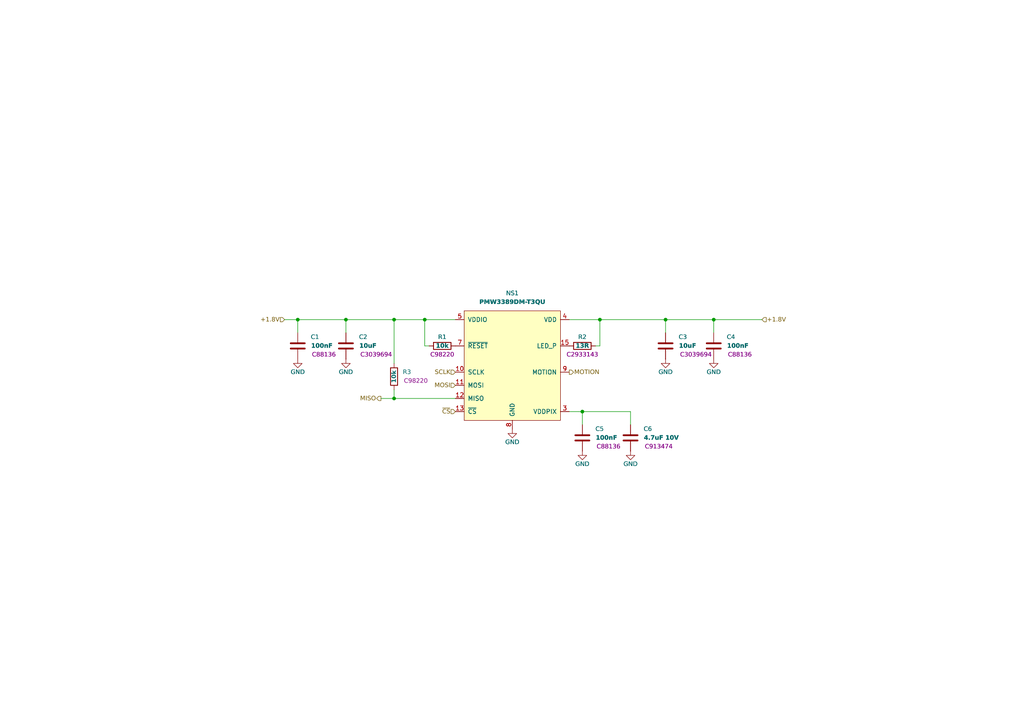
<source format=kicad_sch>
(kicad_sch
	(version 20231120)
	(generator "eeschema")
	(generator_version "8.0")
	(uuid "7315add7-8fc7-479a-8fb3-15f545f68f4e")
	(paper "A4")
	(title_block
		(title "HexTrack PCB")
		(date "2025-01-09")
		(rev "v0.0.1")
		(company "TMShader")
		(comment 9 "HexTrack")
	)
	(lib_symbols
		(symbol "Device:C"
			(pin_numbers hide)
			(pin_names
				(offset 0.254)
			)
			(exclude_from_sim no)
			(in_bom yes)
			(on_board yes)
			(property "Reference" "C"
				(at 0.635 2.54 0)
				(effects
					(font
						(size 1.27 1.27)
					)
					(justify left)
				)
			)
			(property "Value" "C"
				(at 0.635 -2.54 0)
				(effects
					(font
						(size 1.27 1.27)
					)
					(justify left)
				)
			)
			(property "Footprint" ""
				(at 0.9652 -3.81 0)
				(effects
					(font
						(size 1.27 1.27)
					)
					(hide yes)
				)
			)
			(property "Datasheet" "~"
				(at 0 0 0)
				(effects
					(font
						(size 1.27 1.27)
					)
					(hide yes)
				)
			)
			(property "Description" "Unpolarized capacitor"
				(at 0 0 0)
				(effects
					(font
						(size 1.27 1.27)
					)
					(hide yes)
				)
			)
			(property "ki_keywords" "cap capacitor"
				(at 0 0 0)
				(effects
					(font
						(size 1.27 1.27)
					)
					(hide yes)
				)
			)
			(property "ki_fp_filters" "C_*"
				(at 0 0 0)
				(effects
					(font
						(size 1.27 1.27)
					)
					(hide yes)
				)
			)
			(symbol "C_0_1"
				(polyline
					(pts
						(xy -2.032 -0.762) (xy 2.032 -0.762)
					)
					(stroke
						(width 0.508)
						(type default)
					)
					(fill
						(type none)
					)
				)
				(polyline
					(pts
						(xy -2.032 0.762) (xy 2.032 0.762)
					)
					(stroke
						(width 0.508)
						(type default)
					)
					(fill
						(type none)
					)
				)
			)
			(symbol "C_1_1"
				(pin passive line
					(at 0 3.81 270)
					(length 2.794)
					(name "~"
						(effects
							(font
								(size 1.27 1.27)
							)
						)
					)
					(number "1"
						(effects
							(font
								(size 1.27 1.27)
							)
						)
					)
				)
				(pin passive line
					(at 0 -3.81 90)
					(length 2.794)
					(name "~"
						(effects
							(font
								(size 1.27 1.27)
							)
						)
					)
					(number "2"
						(effects
							(font
								(size 1.27 1.27)
							)
						)
					)
				)
			)
		)
		(symbol "Device:R"
			(pin_numbers hide)
			(pin_names
				(offset 0)
			)
			(exclude_from_sim no)
			(in_bom yes)
			(on_board yes)
			(property "Reference" "R"
				(at 2.032 0 90)
				(effects
					(font
						(size 1.27 1.27)
					)
				)
			)
			(property "Value" "R"
				(at 0 0 90)
				(effects
					(font
						(size 1.27 1.27)
					)
				)
			)
			(property "Footprint" ""
				(at -1.778 0 90)
				(effects
					(font
						(size 1.27 1.27)
					)
					(hide yes)
				)
			)
			(property "Datasheet" "~"
				(at 0 0 0)
				(effects
					(font
						(size 1.27 1.27)
					)
					(hide yes)
				)
			)
			(property "Description" "Resistor"
				(at 0 0 0)
				(effects
					(font
						(size 1.27 1.27)
					)
					(hide yes)
				)
			)
			(property "ki_keywords" "R res resistor"
				(at 0 0 0)
				(effects
					(font
						(size 1.27 1.27)
					)
					(hide yes)
				)
			)
			(property "ki_fp_filters" "R_*"
				(at 0 0 0)
				(effects
					(font
						(size 1.27 1.27)
					)
					(hide yes)
				)
			)
			(symbol "R_0_1"
				(rectangle
					(start -1.016 -2.54)
					(end 1.016 2.54)
					(stroke
						(width 0.254)
						(type default)
					)
					(fill
						(type none)
					)
				)
			)
			(symbol "R_1_1"
				(pin passive line
					(at 0 3.81 270)
					(length 1.27)
					(name "~"
						(effects
							(font
								(size 1.27 1.27)
							)
						)
					)
					(number "1"
						(effects
							(font
								(size 1.27 1.27)
							)
						)
					)
				)
				(pin passive line
					(at 0 -3.81 90)
					(length 1.27)
					(name "~"
						(effects
							(font
								(size 1.27 1.27)
							)
						)
					)
					(number "2"
						(effects
							(font
								(size 1.27 1.27)
							)
						)
					)
				)
			)
		)
		(symbol "TX8-1:PMW3389DM-T3QU"
			(pin_names
				(offset 1.016)
			)
			(exclude_from_sim no)
			(in_bom yes)
			(on_board yes)
			(property "Reference" "NS1"
				(at 0 20.32 0)
				(effects
					(font
						(face "Lexend")
						(size 1.27 1.27)
					)
				)
			)
			(property "Value" "PMW3389DM-T3QU"
				(at 0 17.78 0)
				(effects
					(font
						(face "Lexend")
						(size 1.27 1.27)
						(thickness 0.254)
						(bold yes)
					)
				)
			)
			(property "Footprint" "TX8-1:PixArt_PMW3360DM-T2QU"
				(at 0 -40.64 0)
				(effects
					(font
						(size 1.27 1.27)
					)
					(hide yes)
				)
			)
			(property "Datasheet" "https://www.epsglobal.com/Media-Library/EPSGlobal/Products/files/pixart/PMW3360DM-T2QU.pdf"
				(at 0 -38.1 0)
				(effects
					(font
						(size 1.27 1.27)
					)
					(hide yes)
				)
			)
			(property "Description" "Optical Gaming Navigation Sensor"
				(at 0 -35.56 0)
				(effects
					(font
						(size 1.27 1.27)
					)
					(hide yes)
				)
			)
			(property "ki_keywords" "Optical Gaming Navigation Sensor"
				(at 0 0 0)
				(effects
					(font
						(size 1.27 1.27)
					)
					(hide yes)
				)
			)
			(symbol "PMW3389DM-T3QU_0_1"
				(rectangle
					(start -13.97 15.24)
					(end 13.97 -16.51)
					(stroke
						(width 0)
						(type default)
					)
					(fill
						(type background)
					)
				)
			)
			(symbol "PMW3389DM-T3QU_1_1"
				(pin no_connect line
					(at 16.51 -5.08 180)
					(length 2.54) hide
					(name "NC"
						(effects
							(font
								(size 1.27 1.27)
							)
						)
					)
					(number "1"
						(effects
							(font
								(size 1.27 1.27)
							)
						)
					)
				)
				(pin input line
					(at -16.51 -2.54 0)
					(length 2.54)
					(name "SCLK"
						(effects
							(font
								(size 1.27 1.27)
							)
						)
					)
					(number "10"
						(effects
							(font
								(size 1.27 1.27)
							)
						)
					)
				)
				(pin input line
					(at -16.51 -6.35 0)
					(length 2.54)
					(name "MOSI"
						(effects
							(font
								(size 1.27 1.27)
							)
						)
					)
					(number "11"
						(effects
							(font
								(size 1.27 1.27)
							)
						)
					)
				)
				(pin output line
					(at -16.51 -10.16 0)
					(length 2.54)
					(name "MISO"
						(effects
							(font
								(size 1.27 1.27)
							)
						)
					)
					(number "12"
						(effects
							(font
								(size 1.27 1.27)
							)
						)
					)
				)
				(pin input line
					(at -16.51 -13.97 0)
					(length 2.54)
					(name "~{CS}"
						(effects
							(font
								(size 1.27 1.27)
							)
						)
					)
					(number "13"
						(effects
							(font
								(size 1.27 1.27)
							)
						)
					)
				)
				(pin no_connect line
					(at 16.51 -8.89 180)
					(length 2.54) hide
					(name "NC"
						(effects
							(font
								(size 1.27 1.27)
							)
						)
					)
					(number "14"
						(effects
							(font
								(size 1.27 1.27)
							)
						)
					)
				)
				(pin input line
					(at 16.51 5.08 180)
					(length 2.54)
					(name "LED_P"
						(effects
							(font
								(size 1.27 1.27)
							)
						)
					)
					(number "15"
						(effects
							(font
								(size 1.27 1.27)
							)
						)
					)
				)
				(pin no_connect line
					(at 16.51 -10.16 180)
					(length 2.54) hide
					(name "NC"
						(effects
							(font
								(size 1.27 1.27)
							)
						)
					)
					(number "16"
						(effects
							(font
								(size 1.27 1.27)
							)
						)
					)
				)
				(pin no_connect line
					(at 16.51 -6.35 180)
					(length 2.54) hide
					(name "NC"
						(effects
							(font
								(size 1.27 1.27)
							)
						)
					)
					(number "2"
						(effects
							(font
								(size 1.27 1.27)
							)
						)
					)
				)
				(pin power_out line
					(at 16.51 -13.97 180)
					(length 2.54)
					(name "VDDPIX"
						(effects
							(font
								(size 1.27 1.27)
							)
						)
					)
					(number "3"
						(effects
							(font
								(size 1.27 1.27)
							)
						)
					)
				)
				(pin power_in line
					(at 16.51 12.7 180)
					(length 2.54)
					(name "VDD"
						(effects
							(font
								(size 1.27 1.27)
							)
						)
					)
					(number "4"
						(effects
							(font
								(size 1.27 1.27)
							)
						)
					)
				)
				(pin power_in line
					(at -16.51 12.7 0)
					(length 2.54)
					(name "VDDIO"
						(effects
							(font
								(size 1.27 1.27)
							)
						)
					)
					(number "5"
						(effects
							(font
								(size 1.27 1.27)
							)
						)
					)
				)
				(pin no_connect line
					(at 16.51 -7.62 180)
					(length 2.54) hide
					(name "NC"
						(effects
							(font
								(size 1.27 1.27)
							)
						)
					)
					(number "6"
						(effects
							(font
								(size 1.27 1.27)
							)
						)
					)
				)
				(pin input line
					(at -16.51 5.08 0)
					(length 2.54)
					(name "~{RESET}"
						(effects
							(font
								(size 1.27 1.27)
							)
						)
					)
					(number "7"
						(effects
							(font
								(size 1.27 1.27)
							)
						)
					)
				)
				(pin power_in line
					(at 0 -19.05 90)
					(length 2.54)
					(name "GND"
						(effects
							(font
								(size 1.27 1.27)
							)
						)
					)
					(number "8"
						(effects
							(font
								(size 1.27 1.27)
							)
						)
					)
				)
				(pin output line
					(at 16.51 -2.54 180)
					(length 2.54)
					(name "MOTION"
						(effects
							(font
								(size 1.27 1.27)
							)
						)
					)
					(number "9"
						(effects
							(font
								(size 1.27 1.27)
							)
						)
					)
				)
			)
		)
		(symbol "power:GND"
			(power)
			(pin_numbers hide)
			(pin_names
				(offset 0) hide)
			(exclude_from_sim no)
			(in_bom yes)
			(on_board yes)
			(property "Reference" "#PWR"
				(at 0 -6.35 0)
				(effects
					(font
						(size 1.27 1.27)
					)
					(hide yes)
				)
			)
			(property "Value" "GND"
				(at 0 -3.81 0)
				(effects
					(font
						(size 1.27 1.27)
					)
				)
			)
			(property "Footprint" ""
				(at 0 0 0)
				(effects
					(font
						(size 1.27 1.27)
					)
					(hide yes)
				)
			)
			(property "Datasheet" ""
				(at 0 0 0)
				(effects
					(font
						(size 1.27 1.27)
					)
					(hide yes)
				)
			)
			(property "Description" "Power symbol creates a global label with name \"GND\" , ground"
				(at 0 0 0)
				(effects
					(font
						(size 1.27 1.27)
					)
					(hide yes)
				)
			)
			(property "ki_keywords" "global power"
				(at 0 0 0)
				(effects
					(font
						(size 1.27 1.27)
					)
					(hide yes)
				)
			)
			(symbol "GND_0_1"
				(polyline
					(pts
						(xy 0 0) (xy 0 -1.27) (xy 1.27 -1.27) (xy 0 -2.54) (xy -1.27 -1.27) (xy 0 -1.27)
					)
					(stroke
						(width 0)
						(type default)
					)
					(fill
						(type none)
					)
				)
			)
			(symbol "GND_1_1"
				(pin power_in line
					(at 0 0 270)
					(length 0)
					(name "~"
						(effects
							(font
								(size 1.27 1.27)
							)
						)
					)
					(number "1"
						(effects
							(font
								(size 1.27 1.27)
							)
						)
					)
				)
			)
		)
	)
	(junction
		(at 173.99 92.71)
		(diameter 0)
		(color 0 0 0 0)
		(uuid "30489a53-19a3-48d4-8b98-80fd4e1ebe6f")
	)
	(junction
		(at 207.01 92.71)
		(diameter 0)
		(color 0 0 0 0)
		(uuid "307cf6e7-c8b5-4abc-bf6a-0bb21afa038a")
	)
	(junction
		(at 193.04 92.71)
		(diameter 0)
		(color 0 0 0 0)
		(uuid "6ff1f597-e514-43b1-be93-48bb0e5d7cc5")
	)
	(junction
		(at 168.91 119.38)
		(diameter 0)
		(color 0 0 0 0)
		(uuid "9ac66f32-8f21-498c-88a6-43c3333fe17b")
	)
	(junction
		(at 114.3 115.57)
		(diameter 0)
		(color 0 0 0 0)
		(uuid "9bb4cb5b-f65b-472a-abab-11e1498b0829")
	)
	(junction
		(at 86.36 92.71)
		(diameter 0)
		(color 0 0 0 0)
		(uuid "c9bc3be9-0529-4fed-8b8e-fb5949b2f4ef")
	)
	(junction
		(at 114.3 92.71)
		(diameter 0)
		(color 0 0 0 0)
		(uuid "d87a66a9-f104-470e-9e72-25ed9a53e1aa")
	)
	(junction
		(at 123.19 92.71)
		(diameter 0)
		(color 0 0 0 0)
		(uuid "ec46b410-6bc9-4682-94a1-974f653c6fb4")
	)
	(junction
		(at 100.33 92.71)
		(diameter 0)
		(color 0 0 0 0)
		(uuid "f69549aa-289c-4c34-b8e8-91413b88ed2c")
	)
	(wire
		(pts
			(xy 123.19 92.71) (xy 132.08 92.71)
		)
		(stroke
			(width 0)
			(type default)
		)
		(uuid "1269f790-d515-491a-b46e-8e3c9aad1eda")
	)
	(wire
		(pts
			(xy 100.33 92.71) (xy 100.33 96.52)
		)
		(stroke
			(width 0)
			(type default)
		)
		(uuid "1511a6e2-343b-465c-9c93-762e3f7e5b8e")
	)
	(wire
		(pts
			(xy 86.36 92.71) (xy 86.36 96.52)
		)
		(stroke
			(width 0)
			(type default)
		)
		(uuid "1e6eee7a-ae39-4968-9400-e6c827acb041")
	)
	(wire
		(pts
			(xy 173.99 92.71) (xy 173.99 100.33)
		)
		(stroke
			(width 0)
			(type default)
		)
		(uuid "357e2c32-04d0-4d37-aa3e-225e3c07cfef")
	)
	(wire
		(pts
			(xy 207.01 96.52) (xy 207.01 92.71)
		)
		(stroke
			(width 0)
			(type default)
		)
		(uuid "487c0709-063a-4964-8013-bcf947ef335d")
	)
	(wire
		(pts
			(xy 193.04 96.52) (xy 193.04 92.71)
		)
		(stroke
			(width 0)
			(type default)
		)
		(uuid "4e838f26-fcac-4ff6-a414-b89d1acc8b2b")
	)
	(wire
		(pts
			(xy 173.99 92.71) (xy 193.04 92.71)
		)
		(stroke
			(width 0)
			(type default)
		)
		(uuid "563e3876-bdad-4715-b636-177d85af3c82")
	)
	(wire
		(pts
			(xy 172.72 100.33) (xy 173.99 100.33)
		)
		(stroke
			(width 0)
			(type default)
		)
		(uuid "57aae562-5bc6-4f53-84ab-ec0112e76c50")
	)
	(wire
		(pts
			(xy 182.88 123.19) (xy 182.88 119.38)
		)
		(stroke
			(width 0)
			(type default)
		)
		(uuid "67d6d128-008c-44e5-88e0-c04bb36b691f")
	)
	(wire
		(pts
			(xy 123.19 92.71) (xy 123.19 100.33)
		)
		(stroke
			(width 0)
			(type default)
		)
		(uuid "92dd7557-24b7-4895-ba69-aa1683964cab")
	)
	(wire
		(pts
			(xy 168.91 123.19) (xy 168.91 119.38)
		)
		(stroke
			(width 0)
			(type default)
		)
		(uuid "995617cc-ccc1-4fbb-b601-055ca147c5f1")
	)
	(wire
		(pts
			(xy 207.01 92.71) (xy 220.98 92.71)
		)
		(stroke
			(width 0)
			(type default)
		)
		(uuid "9b38f38a-f40f-4411-9ec7-91fee2fa6a94")
	)
	(wire
		(pts
			(xy 82.55 92.71) (xy 86.36 92.71)
		)
		(stroke
			(width 0)
			(type default)
		)
		(uuid "a271ad3e-3301-4318-9768-a6815bc63426")
	)
	(wire
		(pts
			(xy 165.1 92.71) (xy 173.99 92.71)
		)
		(stroke
			(width 0)
			(type default)
		)
		(uuid "a4e0830b-743e-4e54-bbd5-89feed52de72")
	)
	(wire
		(pts
			(xy 123.19 100.33) (xy 124.46 100.33)
		)
		(stroke
			(width 0)
			(type default)
		)
		(uuid "ae6c25dc-d158-41ad-a080-b309df033ec5")
	)
	(wire
		(pts
			(xy 110.49 115.57) (xy 114.3 115.57)
		)
		(stroke
			(width 0)
			(type default)
		)
		(uuid "af4f6335-1b8d-4508-9988-8f92078f2a47")
	)
	(wire
		(pts
			(xy 114.3 92.71) (xy 123.19 92.71)
		)
		(stroke
			(width 0)
			(type default)
		)
		(uuid "b53c62ab-84d1-49e3-a895-f8ebc685d489")
	)
	(wire
		(pts
			(xy 168.91 119.38) (xy 182.88 119.38)
		)
		(stroke
			(width 0)
			(type default)
		)
		(uuid "c3f556c2-8e34-4f74-8995-b75e23961986")
	)
	(wire
		(pts
			(xy 100.33 92.71) (xy 114.3 92.71)
		)
		(stroke
			(width 0)
			(type default)
		)
		(uuid "c4a24251-b8de-424e-ab23-bae44f34a747")
	)
	(wire
		(pts
			(xy 86.36 92.71) (xy 100.33 92.71)
		)
		(stroke
			(width 0)
			(type default)
		)
		(uuid "cf6d1339-ecec-4f7d-afe8-73953d44ab2d")
	)
	(wire
		(pts
			(xy 114.3 92.71) (xy 114.3 105.41)
		)
		(stroke
			(width 0)
			(type default)
		)
		(uuid "d3abb35e-dd6c-4d99-afde-6acd9fa342e1")
	)
	(wire
		(pts
			(xy 168.91 119.38) (xy 165.1 119.38)
		)
		(stroke
			(width 0)
			(type default)
		)
		(uuid "ddbaee76-959a-4952-b9db-c7a46e06e36d")
	)
	(wire
		(pts
			(xy 114.3 115.57) (xy 132.08 115.57)
		)
		(stroke
			(width 0)
			(type default)
		)
		(uuid "e98659fd-9b8d-47df-99bb-4feab9710c76")
	)
	(wire
		(pts
			(xy 193.04 92.71) (xy 207.01 92.71)
		)
		(stroke
			(width 0)
			(type default)
		)
		(uuid "ef5a01d0-f666-4284-97f3-51681ea6d956")
	)
	(wire
		(pts
			(xy 114.3 113.03) (xy 114.3 115.57)
		)
		(stroke
			(width 0)
			(type default)
		)
		(uuid "f74b0db7-05c7-46a1-b162-0a10f9ab7655")
	)
	(text "${SHEETNAME}"
		(exclude_from_sim no)
		(at 19.05 25.4 0)
		(effects
			(font
				(face "Lexend")
				(size 8 8)
				(thickness 1.6256)
				(bold yes)
			)
			(justify left top)
		)
		(uuid "94f176e3-e656-4256-9052-3aacbf45fcbf")
	)
	(hierarchical_label "~{CS}"
		(shape input)
		(at 132.08 119.38 180)
		(fields_autoplaced yes)
		(effects
			(font
				(face "Lexend")
				(size 1.27 1.27)
			)
			(justify right)
		)
		(uuid "00ecda38-1891-46aa-8d79-177178ac777d")
	)
	(hierarchical_label "MOTION"
		(shape output)
		(at 165.1 107.95 0)
		(fields_autoplaced yes)
		(effects
			(font
				(face "Lexend")
				(size 1.27 1.27)
			)
			(justify left)
		)
		(uuid "20f28a7a-ee07-476f-96bd-a666928bae5a")
	)
	(hierarchical_label "+1.8V"
		(shape input)
		(at 220.98 92.71 0)
		(fields_autoplaced yes)
		(effects
			(font
				(face "Lexend")
				(size 1.27 1.27)
			)
			(justify left)
		)
		(uuid "24c7d767-cd52-4469-abcf-25a7f1d62c0a")
	)
	(hierarchical_label "SCLK"
		(shape input)
		(at 132.08 107.95 180)
		(fields_autoplaced yes)
		(effects
			(font
				(face "Lexend")
				(size 1.27 1.27)
			)
			(justify right)
		)
		(uuid "45e3f601-da6c-4082-a048-6bd0b416a081")
	)
	(hierarchical_label "+1.8V"
		(shape input)
		(at 82.55 92.71 180)
		(fields_autoplaced yes)
		(effects
			(font
				(face "Lexend")
				(size 1.27 1.27)
			)
			(justify right)
		)
		(uuid "91f86635-e336-46f9-b63e-e6cb02569379")
	)
	(hierarchical_label "MISO"
		(shape output)
		(at 110.49 115.57 180)
		(fields_autoplaced yes)
		(effects
			(font
				(face "Lexend")
				(size 1.27 1.27)
			)
			(justify right)
		)
		(uuid "dc3cd12a-289d-4d5b-92d5-2016b87d4b81")
	)
	(hierarchical_label "MOSI"
		(shape input)
		(at 132.08 111.76 180)
		(fields_autoplaced yes)
		(effects
			(font
				(face "Lexend")
				(size 1.27 1.27)
			)
			(justify right)
		)
		(uuid "f99ec2d3-f870-40ca-904d-e940639ec316")
	)
	(symbol
		(lib_id "Device:C")
		(at 168.91 127 0)
		(unit 1)
		(exclude_from_sim no)
		(in_bom yes)
		(on_board yes)
		(dnp no)
		(uuid "00fc3fd1-e376-4bb9-bf7b-0858919c77c4")
		(property "Reference" "C5"
			(at 172.72 124.4599 0)
			(effects
				(font
					(face "Lexend")
					(size 1.27 1.27)
				)
				(justify left)
			)
		)
		(property "Value" "100nF"
			(at 172.72 127 0)
			(effects
				(font
					(face "Lexend")
					(size 1.27 1.27)
					(thickness 0.254)
					(bold yes)
				)
				(justify left)
			)
		)
		(property "Footprint" "Capacitor_SMD:C_0603_1608Metric"
			(at 169.8752 130.81 0)
			(effects
				(font
					(size 1.27 1.27)
				)
				(hide yes)
			)
		)
		(property "Datasheet" "~"
			(at 168.91 127 0)
			(effects
				(font
					(size 1.27 1.27)
				)
				(hide yes)
			)
		)
		(property "Description" "Unpolarized capacitor"
			(at 168.91 127 0)
			(effects
				(font
					(size 1.27 1.27)
				)
				(hide yes)
			)
		)
		(property "LCSC" "C88136"
			(at 172.72 129.5399 0)
			(effects
				(font
					(face "Lexend")
					(size 1.27 1.27)
				)
				(justify left)
			)
		)
		(pin "1"
			(uuid "03d10604-b2be-4f72-9d3d-7007addc3e31")
		)
		(pin "2"
			(uuid "8b4cd3c1-607a-4e95-a668-029ad844085a")
		)
		(instances
			(project "hextrack"
				(path "/e03ae3c5-ddb7-48ac-a408-9dcc58a57689/9836e963-ec32-4c01-99da-5c973017755a/970bbcdd-a4ab-4f8a-b2e3-65e4c240b91d"
					(reference "C5")
					(unit 1)
				)
			)
		)
	)
	(symbol
		(lib_id "Device:C")
		(at 100.33 100.33 0)
		(unit 1)
		(exclude_from_sim no)
		(in_bom yes)
		(on_board yes)
		(dnp no)
		(uuid "012e77b9-1c55-400a-b81f-ee4b5fbfe5f7")
		(property "Reference" "C2"
			(at 104.14 97.7899 0)
			(effects
				(font
					(face "Lexend")
					(size 1.27 1.27)
				)
				(justify left)
			)
		)
		(property "Value" "10uF"
			(at 104.14 100.33 0)
			(effects
				(font
					(face "Lexend")
					(size 1.27 1.27)
					(thickness 0.254)
					(bold yes)
				)
				(justify left)
			)
		)
		(property "Footprint" "Capacitor_SMD:C_0805_2012Metric"
			(at 101.2952 104.14 0)
			(effects
				(font
					(size 1.27 1.27)
				)
				(hide yes)
			)
		)
		(property "Datasheet" "~"
			(at 100.33 100.33 0)
			(effects
				(font
					(size 1.27 1.27)
				)
				(hide yes)
			)
		)
		(property "Description" "Unpolarized capacitor"
			(at 100.33 100.33 0)
			(effects
				(font
					(size 1.27 1.27)
				)
				(hide yes)
			)
		)
		(property "LCSC" "C3039694"
			(at 104.14 102.8699 0)
			(effects
				(font
					(face "Lexend")
					(size 1.27 1.27)
				)
				(justify left)
			)
		)
		(pin "1"
			(uuid "515549fa-91d5-40a3-b144-315dfeefbe66")
		)
		(pin "2"
			(uuid "0b820e12-598f-455a-944c-b8691217dd6d")
		)
		(instances
			(project "hextrack"
				(path "/e03ae3c5-ddb7-48ac-a408-9dcc58a57689/9836e963-ec32-4c01-99da-5c973017755a/970bbcdd-a4ab-4f8a-b2e3-65e4c240b91d"
					(reference "C2")
					(unit 1)
				)
			)
		)
	)
	(symbol
		(lib_id "Device:C")
		(at 86.36 100.33 0)
		(unit 1)
		(exclude_from_sim no)
		(in_bom yes)
		(on_board yes)
		(dnp no)
		(uuid "14892955-5b71-408d-b8d6-12b14cea7bc8")
		(property "Reference" "C1"
			(at 90.17 97.7899 0)
			(effects
				(font
					(face "Lexend")
					(size 1.27 1.27)
				)
				(justify left)
			)
		)
		(property "Value" "100nF"
			(at 90.17 100.33 0)
			(effects
				(font
					(face "Lexend")
					(size 1.27 1.27)
					(thickness 0.254)
					(bold yes)
				)
				(justify left)
			)
		)
		(property "Footprint" "Capacitor_SMD:C_0603_1608Metric"
			(at 87.3252 104.14 0)
			(effects
				(font
					(size 1.27 1.27)
				)
				(hide yes)
			)
		)
		(property "Datasheet" "~"
			(at 86.36 100.33 0)
			(effects
				(font
					(size 1.27 1.27)
				)
				(hide yes)
			)
		)
		(property "Description" "Unpolarized capacitor"
			(at 86.36 100.33 0)
			(effects
				(font
					(size 1.27 1.27)
				)
				(hide yes)
			)
		)
		(property "LCSC" "C88136"
			(at 90.17 102.8699 0)
			(effects
				(font
					(face "Lexend")
					(size 1.27 1.27)
				)
				(justify left)
			)
		)
		(pin "1"
			(uuid "feb98505-2392-47a9-9cc9-d27abb747ca6")
		)
		(pin "2"
			(uuid "bae5bcb4-981f-449a-b752-cd4263169176")
		)
		(instances
			(project "hextrack"
				(path "/e03ae3c5-ddb7-48ac-a408-9dcc58a57689/9836e963-ec32-4c01-99da-5c973017755a/970bbcdd-a4ab-4f8a-b2e3-65e4c240b91d"
					(reference "C1")
					(unit 1)
				)
			)
		)
	)
	(symbol
		(lib_id "Device:R")
		(at 114.3 109.22 180)
		(unit 1)
		(exclude_from_sim no)
		(in_bom yes)
		(on_board yes)
		(dnp no)
		(uuid "1df5131c-4010-4f09-937e-ce5236ead934")
		(property "Reference" "R3"
			(at 116.84 107.95 0)
			(effects
				(font
					(face "Lexend")
					(size 1.27 1.27)
				)
				(justify right)
			)
		)
		(property "Value" "10k"
			(at 114.3 109.22 90)
			(effects
				(font
					(face "Lexend")
					(size 1.27 1.27)
					(thickness 0.254)
					(bold yes)
				)
			)
		)
		(property "Footprint" "Resistor_SMD:R_0603_1608Metric"
			(at 116.078 109.22 90)
			(effects
				(font
					(size 1.27 1.27)
				)
				(hide yes)
			)
		)
		(property "Datasheet" "~"
			(at 114.3 109.22 0)
			(effects
				(font
					(size 1.27 1.27)
				)
				(hide yes)
			)
		)
		(property "Description" "Resistor"
			(at 114.3 109.22 0)
			(effects
				(font
					(size 1.27 1.27)
				)
				(hide yes)
			)
		)
		(property "LCSC" "C98220"
			(at 116.84 110.49 0)
			(effects
				(font
					(face "Lexend")
					(size 1.27 1.27)
				)
				(justify right)
			)
		)
		(pin "2"
			(uuid "4fe688e2-094e-40a9-a931-a59c6ec74fe1")
		)
		(pin "1"
			(uuid "fc77b23d-be35-4f55-9368-abc876d6adc2")
		)
		(instances
			(project "hextrack"
				(path "/e03ae3c5-ddb7-48ac-a408-9dcc58a57689/9836e963-ec32-4c01-99da-5c973017755a/970bbcdd-a4ab-4f8a-b2e3-65e4c240b91d"
					(reference "R3")
					(unit 1)
				)
			)
		)
	)
	(symbol
		(lib_id "power:GND")
		(at 86.36 104.14 0)
		(unit 1)
		(exclude_from_sim no)
		(in_bom yes)
		(on_board yes)
		(dnp no)
		(uuid "39e79c22-5dca-4236-b5cf-79f53b445c94")
		(property "Reference" "#PWR02"
			(at 86.36 110.49 0)
			(effects
				(font
					(size 1.27 1.27)
				)
				(hide yes)
			)
		)
		(property "Value" "GND"
			(at 86.36 107.95 0)
			(effects
				(font
					(face "Lexend")
					(size 1.27 1.27)
				)
			)
		)
		(property "Footprint" ""
			(at 86.36 104.14 0)
			(effects
				(font
					(size 1.27 1.27)
				)
				(hide yes)
			)
		)
		(property "Datasheet" ""
			(at 86.36 104.14 0)
			(effects
				(font
					(size 1.27 1.27)
				)
				(hide yes)
			)
		)
		(property "Description" "Power symbol creates a global label with name \"GND\" , ground"
			(at 86.36 104.14 0)
			(effects
				(font
					(size 1.27 1.27)
				)
				(hide yes)
			)
		)
		(pin "1"
			(uuid "9df4478e-1858-4ffb-842c-c9c26f03a088")
		)
		(instances
			(project "hextrack"
				(path "/e03ae3c5-ddb7-48ac-a408-9dcc58a57689/9836e963-ec32-4c01-99da-5c973017755a/970bbcdd-a4ab-4f8a-b2e3-65e4c240b91d"
					(reference "#PWR02")
					(unit 1)
				)
			)
		)
	)
	(symbol
		(lib_id "power:GND")
		(at 168.91 130.81 0)
		(unit 1)
		(exclude_from_sim no)
		(in_bom yes)
		(on_board yes)
		(dnp no)
		(uuid "4bfd3621-55b3-46ad-bec1-830e944d1391")
		(property "Reference" "#PWR07"
			(at 168.91 137.16 0)
			(effects
				(font
					(size 1.27 1.27)
				)
				(hide yes)
			)
		)
		(property "Value" "GND"
			(at 168.91 134.62 0)
			(effects
				(font
					(face "Lexend")
					(size 1.27 1.27)
				)
			)
		)
		(property "Footprint" ""
			(at 168.91 130.81 0)
			(effects
				(font
					(size 1.27 1.27)
				)
				(hide yes)
			)
		)
		(property "Datasheet" ""
			(at 168.91 130.81 0)
			(effects
				(font
					(size 1.27 1.27)
				)
				(hide yes)
			)
		)
		(property "Description" "Power symbol creates a global label with name \"GND\" , ground"
			(at 168.91 130.81 0)
			(effects
				(font
					(size 1.27 1.27)
				)
				(hide yes)
			)
		)
		(pin "1"
			(uuid "e3d5b8fd-eca8-4506-8d49-a3282ea2eaa2")
		)
		(instances
			(project "hextrack"
				(path "/e03ae3c5-ddb7-48ac-a408-9dcc58a57689/9836e963-ec32-4c01-99da-5c973017755a/970bbcdd-a4ab-4f8a-b2e3-65e4c240b91d"
					(reference "#PWR07")
					(unit 1)
				)
			)
		)
	)
	(symbol
		(lib_id "Device:C")
		(at 193.04 100.33 0)
		(unit 1)
		(exclude_from_sim no)
		(in_bom yes)
		(on_board yes)
		(dnp no)
		(uuid "53e7f929-42dc-4d41-a5ac-16801c6e751e")
		(property "Reference" "C3"
			(at 196.85 97.7899 0)
			(effects
				(font
					(face "Lexend")
					(size 1.27 1.27)
				)
				(justify left)
			)
		)
		(property "Value" "10uF"
			(at 196.85 100.33 0)
			(effects
				(font
					(face "Lexend")
					(size 1.27 1.27)
					(thickness 0.254)
					(bold yes)
				)
				(justify left)
			)
		)
		(property "Footprint" "Capacitor_SMD:C_0805_2012Metric"
			(at 194.0052 104.14 0)
			(effects
				(font
					(size 1.27 1.27)
				)
				(hide yes)
			)
		)
		(property "Datasheet" "~"
			(at 193.04 100.33 0)
			(effects
				(font
					(size 1.27 1.27)
				)
				(hide yes)
			)
		)
		(property "Description" "Unpolarized capacitor"
			(at 193.04 100.33 0)
			(effects
				(font
					(size 1.27 1.27)
				)
				(hide yes)
			)
		)
		(property "LCSC" "C3039694"
			(at 196.85 102.8699 0)
			(effects
				(font
					(face "Lexend")
					(size 1.27 1.27)
				)
				(justify left)
			)
		)
		(pin "1"
			(uuid "0f82e499-d32a-442c-bf6e-a70adf6e5f7a")
		)
		(pin "2"
			(uuid "73b3b875-c8f1-4e9a-8f01-10b96e588a37")
		)
		(instances
			(project "hextrack"
				(path "/e03ae3c5-ddb7-48ac-a408-9dcc58a57689/9836e963-ec32-4c01-99da-5c973017755a/970bbcdd-a4ab-4f8a-b2e3-65e4c240b91d"
					(reference "C3")
					(unit 1)
				)
			)
		)
	)
	(symbol
		(lib_id "Device:R")
		(at 168.91 100.33 270)
		(mirror x)
		(unit 1)
		(exclude_from_sim no)
		(in_bom yes)
		(on_board yes)
		(dnp no)
		(uuid "5f6fad9e-f1be-47d6-bb3f-f86cffe6d383")
		(property "Reference" "R2"
			(at 168.91 97.79 90)
			(effects
				(font
					(face "Lexend")
					(size 1.27 1.27)
				)
			)
		)
		(property "Value" "13R"
			(at 168.91 100.33 90)
			(effects
				(font
					(face "Lexend")
					(size 1.27 1.27)
					(thickness 0.254)
					(bold yes)
				)
			)
		)
		(property "Footprint" "Resistor_SMD:R_0603_1608Metric"
			(at 168.91 102.108 90)
			(effects
				(font
					(size 1.27 1.27)
				)
				(hide yes)
			)
		)
		(property "Datasheet" "~"
			(at 168.91 100.33 0)
			(effects
				(font
					(size 1.27 1.27)
				)
				(hide yes)
			)
		)
		(property "Description" "Resistor"
			(at 168.91 100.33 0)
			(effects
				(font
					(size 1.27 1.27)
				)
				(hide yes)
			)
		)
		(property "LCSC" "C2933143"
			(at 168.91 102.87 90)
			(effects
				(font
					(face "Lexend")
					(size 1.27 1.27)
				)
			)
		)
		(pin "2"
			(uuid "e844e6e0-dcb9-45f7-8d7e-6630e55ad2dd")
		)
		(pin "1"
			(uuid "8ef01cd5-42d0-4cff-98a8-8a8cbeb086f1")
		)
		(instances
			(project "hextrack"
				(path "/e03ae3c5-ddb7-48ac-a408-9dcc58a57689/9836e963-ec32-4c01-99da-5c973017755a/970bbcdd-a4ab-4f8a-b2e3-65e4c240b91d"
					(reference "R2")
					(unit 1)
				)
			)
		)
	)
	(symbol
		(lib_id "power:GND")
		(at 100.33 104.14 0)
		(unit 1)
		(exclude_from_sim no)
		(in_bom yes)
		(on_board yes)
		(dnp no)
		(uuid "74be5c70-520b-4c29-97de-cc4abf4be623")
		(property "Reference" "#PWR03"
			(at 100.33 110.49 0)
			(effects
				(font
					(size 1.27 1.27)
				)
				(hide yes)
			)
		)
		(property "Value" "GND"
			(at 100.33 107.95 0)
			(effects
				(font
					(face "Lexend")
					(size 1.27 1.27)
				)
			)
		)
		(property "Footprint" ""
			(at 100.33 104.14 0)
			(effects
				(font
					(size 1.27 1.27)
				)
				(hide yes)
			)
		)
		(property "Datasheet" ""
			(at 100.33 104.14 0)
			(effects
				(font
					(size 1.27 1.27)
				)
				(hide yes)
			)
		)
		(property "Description" "Power symbol creates a global label with name \"GND\" , ground"
			(at 100.33 104.14 0)
			(effects
				(font
					(size 1.27 1.27)
				)
				(hide yes)
			)
		)
		(pin "1"
			(uuid "08b7e361-643f-49bd-a261-3b79803c8d77")
		)
		(instances
			(project "hextrack"
				(path "/e03ae3c5-ddb7-48ac-a408-9dcc58a57689/9836e963-ec32-4c01-99da-5c973017755a/970bbcdd-a4ab-4f8a-b2e3-65e4c240b91d"
					(reference "#PWR03")
					(unit 1)
				)
			)
		)
	)
	(symbol
		(lib_id "power:GND")
		(at 182.88 130.81 0)
		(unit 1)
		(exclude_from_sim no)
		(in_bom yes)
		(on_board yes)
		(dnp no)
		(uuid "7821994b-97b4-4706-94b9-fe450e501211")
		(property "Reference" "#PWR08"
			(at 182.88 137.16 0)
			(effects
				(font
					(size 1.27 1.27)
				)
				(hide yes)
			)
		)
		(property "Value" "GND"
			(at 182.88 134.62 0)
			(effects
				(font
					(face "Lexend")
					(size 1.27 1.27)
				)
			)
		)
		(property "Footprint" ""
			(at 182.88 130.81 0)
			(effects
				(font
					(size 1.27 1.27)
				)
				(hide yes)
			)
		)
		(property "Datasheet" ""
			(at 182.88 130.81 0)
			(effects
				(font
					(size 1.27 1.27)
				)
				(hide yes)
			)
		)
		(property "Description" "Power symbol creates a global label with name \"GND\" , ground"
			(at 182.88 130.81 0)
			(effects
				(font
					(size 1.27 1.27)
				)
				(hide yes)
			)
		)
		(pin "1"
			(uuid "adc813a8-46ed-40e5-ba41-c77467450d57")
		)
		(instances
			(project "hextrack"
				(path "/e03ae3c5-ddb7-48ac-a408-9dcc58a57689/9836e963-ec32-4c01-99da-5c973017755a/970bbcdd-a4ab-4f8a-b2e3-65e4c240b91d"
					(reference "#PWR08")
					(unit 1)
				)
			)
		)
	)
	(symbol
		(lib_id "power:GND")
		(at 207.01 104.14 0)
		(unit 1)
		(exclude_from_sim no)
		(in_bom yes)
		(on_board yes)
		(dnp no)
		(uuid "897d308c-8804-4b71-9dec-207f4a4f021f")
		(property "Reference" "#PWR05"
			(at 207.01 110.49 0)
			(effects
				(font
					(size 1.27 1.27)
				)
				(hide yes)
			)
		)
		(property "Value" "GND"
			(at 207.01 107.95 0)
			(effects
				(font
					(face "Lexend")
					(size 1.27 1.27)
				)
			)
		)
		(property "Footprint" ""
			(at 207.01 104.14 0)
			(effects
				(font
					(size 1.27 1.27)
				)
				(hide yes)
			)
		)
		(property "Datasheet" ""
			(at 207.01 104.14 0)
			(effects
				(font
					(size 1.27 1.27)
				)
				(hide yes)
			)
		)
		(property "Description" "Power symbol creates a global label with name \"GND\" , ground"
			(at 207.01 104.14 0)
			(effects
				(font
					(size 1.27 1.27)
				)
				(hide yes)
			)
		)
		(pin "1"
			(uuid "62a0dc17-f551-404b-98b2-ef4cc02afe1e")
		)
		(instances
			(project "hextrack"
				(path "/e03ae3c5-ddb7-48ac-a408-9dcc58a57689/9836e963-ec32-4c01-99da-5c973017755a/970bbcdd-a4ab-4f8a-b2e3-65e4c240b91d"
					(reference "#PWR05")
					(unit 1)
				)
			)
		)
	)
	(symbol
		(lib_id "Device:C")
		(at 207.01 100.33 0)
		(unit 1)
		(exclude_from_sim no)
		(in_bom yes)
		(on_board yes)
		(dnp no)
		(uuid "9513c5af-a6b7-4dc3-8176-c4a803a6bf9d")
		(property "Reference" "C4"
			(at 210.82 97.7899 0)
			(effects
				(font
					(face "Lexend")
					(size 1.27 1.27)
				)
				(justify left)
			)
		)
		(property "Value" "100nF"
			(at 210.82 100.33 0)
			(effects
				(font
					(face "Lexend")
					(size 1.27 1.27)
					(thickness 0.254)
					(bold yes)
				)
				(justify left)
			)
		)
		(property "Footprint" "Capacitor_SMD:C_0603_1608Metric"
			(at 207.9752 104.14 0)
			(effects
				(font
					(size 1.27 1.27)
				)
				(hide yes)
			)
		)
		(property "Datasheet" "~"
			(at 207.01 100.33 0)
			(effects
				(font
					(size 1.27 1.27)
				)
				(hide yes)
			)
		)
		(property "Description" "Unpolarized capacitor"
			(at 207.01 100.33 0)
			(effects
				(font
					(size 1.27 1.27)
				)
				(hide yes)
			)
		)
		(property "LCSC" "C88136"
			(at 210.82 102.8699 0)
			(effects
				(font
					(face "Lexend")
					(size 1.27 1.27)
				)
				(justify left)
			)
		)
		(pin "1"
			(uuid "7e853524-2156-4a95-a663-ba157f6cadc3")
		)
		(pin "2"
			(uuid "a64227c4-85d4-49ad-8db3-34dab2ab8426")
		)
		(instances
			(project "hextrack"
				(path "/e03ae3c5-ddb7-48ac-a408-9dcc58a57689/9836e963-ec32-4c01-99da-5c973017755a/970bbcdd-a4ab-4f8a-b2e3-65e4c240b91d"
					(reference "C4")
					(unit 1)
				)
			)
		)
	)
	(symbol
		(lib_id "TX8-1:PMW3389DM-T3QU")
		(at 148.59 105.41 0)
		(unit 1)
		(exclude_from_sim no)
		(in_bom yes)
		(on_board yes)
		(dnp no)
		(fields_autoplaced yes)
		(uuid "970e86b1-7d10-41c1-9567-7c419935e39c")
		(property "Reference" "NS1"
			(at 148.59 85.09 0)
			(effects
				(font
					(face "Lexend")
					(size 1.27 1.27)
				)
			)
		)
		(property "Value" "PMW3389DM-T3QU"
			(at 148.59 87.63 0)
			(effects
				(font
					(face "Lexend")
					(size 1.27 1.27)
					(thickness 0.254)
					(bold yes)
				)
			)
		)
		(property "Footprint" "HexTrack:PixArt_PMW3389DM-T3QU"
			(at 148.59 146.05 0)
			(effects
				(font
					(size 1.27 1.27)
				)
				(hide yes)
			)
		)
		(property "Datasheet" "https://www.epsglobal.com/Media-Library/EPSGlobal/Products/files/pixart/PMW3360DM-T2QU.pdf"
			(at 148.59 143.51 0)
			(effects
				(font
					(size 1.27 1.27)
				)
				(hide yes)
			)
		)
		(property "Description" "Optical Gaming Navigation Sensor"
			(at 148.59 140.97 0)
			(effects
				(font
					(size 1.27 1.27)
				)
				(hide yes)
			)
		)
		(pin "2"
			(uuid "790e61f9-a7df-4399-8955-f789f73c7bcf")
		)
		(pin "3"
			(uuid "2d877a47-7d88-4dca-b01f-b54de78f40b8")
		)
		(pin "1"
			(uuid "520134e3-a297-425a-920f-d22b03bb5323")
		)
		(pin "12"
			(uuid "4eac34d2-d3c8-4506-9772-f8f80e1292c0")
		)
		(pin "4"
			(uuid "002fae1c-23bd-4558-a669-02470dcb9fc8")
		)
		(pin "7"
			(uuid "0ef095a8-bb74-4118-b63e-d571d93a6384")
		)
		(pin "16"
			(uuid "a10af1f7-c45b-452c-a7a7-95a1416cca64")
		)
		(pin "13"
			(uuid "2bc7888a-078c-4f67-938e-82492f216538")
		)
		(pin "9"
			(uuid "14e70229-b37c-42f3-a99b-33d5321b0548")
		)
		(pin "14"
			(uuid "46530362-59c2-4278-9d4f-68490c5fc6d3")
		)
		(pin "5"
			(uuid "4979c888-d451-4ec4-94b5-3c2c8b90a792")
		)
		(pin "10"
			(uuid "14fe4d33-5cad-4265-ac5b-91a1efdfc989")
		)
		(pin "8"
			(uuid "25ba4d6b-8cbf-4ca6-bf04-ac7ebad4e187")
		)
		(pin "6"
			(uuid "3bd9c394-2f74-4bac-b83b-d3f24039d8b1")
		)
		(pin "11"
			(uuid "82091f4d-68ef-4d2e-be58-e24ad81f3daf")
		)
		(pin "15"
			(uuid "5f864da9-3bd4-4dd5-a2c0-6b78453e613f")
		)
		(instances
			(project "hextrack"
				(path "/e03ae3c5-ddb7-48ac-a408-9dcc58a57689/9836e963-ec32-4c01-99da-5c973017755a/970bbcdd-a4ab-4f8a-b2e3-65e4c240b91d"
					(reference "NS1")
					(unit 1)
				)
			)
		)
	)
	(symbol
		(lib_id "power:GND")
		(at 193.04 104.14 0)
		(unit 1)
		(exclude_from_sim no)
		(in_bom yes)
		(on_board yes)
		(dnp no)
		(uuid "9c3911ea-90bc-45f1-ad12-8006ca28b3b1")
		(property "Reference" "#PWR04"
			(at 193.04 110.49 0)
			(effects
				(font
					(size 1.27 1.27)
				)
				(hide yes)
			)
		)
		(property "Value" "GND"
			(at 193.04 107.95 0)
			(effects
				(font
					(face "Lexend")
					(size 1.27 1.27)
				)
			)
		)
		(property "Footprint" ""
			(at 193.04 104.14 0)
			(effects
				(font
					(size 1.27 1.27)
				)
				(hide yes)
			)
		)
		(property "Datasheet" ""
			(at 193.04 104.14 0)
			(effects
				(font
					(size 1.27 1.27)
				)
				(hide yes)
			)
		)
		(property "Description" "Power symbol creates a global label with name \"GND\" , ground"
			(at 193.04 104.14 0)
			(effects
				(font
					(size 1.27 1.27)
				)
				(hide yes)
			)
		)
		(pin "1"
			(uuid "2d840ffb-e9cb-4807-9e84-a0ddf0abbab4")
		)
		(instances
			(project "hextrack"
				(path "/e03ae3c5-ddb7-48ac-a408-9dcc58a57689/9836e963-ec32-4c01-99da-5c973017755a/970bbcdd-a4ab-4f8a-b2e3-65e4c240b91d"
					(reference "#PWR04")
					(unit 1)
				)
			)
		)
	)
	(symbol
		(lib_id "Device:R")
		(at 128.27 100.33 270)
		(unit 1)
		(exclude_from_sim no)
		(in_bom yes)
		(on_board yes)
		(dnp no)
		(uuid "a04c89f1-da7d-48bf-93d6-14eb50ad0103")
		(property "Reference" "R1"
			(at 128.27 97.79 90)
			(effects
				(font
					(face "Lexend")
					(size 1.27 1.27)
				)
			)
		)
		(property "Value" "10k"
			(at 128.27 100.33 90)
			(effects
				(font
					(face "Lexend")
					(size 1.27 1.27)
					(thickness 0.254)
					(bold yes)
				)
			)
		)
		(property "Footprint" "Resistor_SMD:R_0603_1608Metric"
			(at 128.27 98.552 90)
			(effects
				(font
					(size 1.27 1.27)
				)
				(hide yes)
			)
		)
		(property "Datasheet" "~"
			(at 128.27 100.33 0)
			(effects
				(font
					(size 1.27 1.27)
				)
				(hide yes)
			)
		)
		(property "Description" "Resistor"
			(at 128.27 100.33 0)
			(effects
				(font
					(size 1.27 1.27)
				)
				(hide yes)
			)
		)
		(property "LCSC" "C98220"
			(at 128.27 102.87 90)
			(effects
				(font
					(face "Lexend")
					(size 1.27 1.27)
				)
			)
		)
		(pin "2"
			(uuid "f8c5c450-d487-4fd1-9e74-c33e7d2eeb3f")
		)
		(pin "1"
			(uuid "1365a89b-d474-438c-95b1-c72dbdd68b77")
		)
		(instances
			(project "hextrack"
				(path "/e03ae3c5-ddb7-48ac-a408-9dcc58a57689/9836e963-ec32-4c01-99da-5c973017755a/970bbcdd-a4ab-4f8a-b2e3-65e4c240b91d"
					(reference "R1")
					(unit 1)
				)
			)
		)
	)
	(symbol
		(lib_id "power:GND")
		(at 148.59 124.46 0)
		(unit 1)
		(exclude_from_sim no)
		(in_bom yes)
		(on_board yes)
		(dnp no)
		(uuid "e5bd14e6-a496-4c4f-9d3b-6a22ee9988ce")
		(property "Reference" "#PWR06"
			(at 148.59 130.81 0)
			(effects
				(font
					(size 1.27 1.27)
				)
				(hide yes)
			)
		)
		(property "Value" "GND"
			(at 148.59 128.27 0)
			(effects
				(font
					(face "Lexend")
					(size 1.27 1.27)
				)
			)
		)
		(property "Footprint" ""
			(at 148.59 124.46 0)
			(effects
				(font
					(size 1.27 1.27)
				)
				(hide yes)
			)
		)
		(property "Datasheet" ""
			(at 148.59 124.46 0)
			(effects
				(font
					(size 1.27 1.27)
				)
				(hide yes)
			)
		)
		(property "Description" "Power symbol creates a global label with name \"GND\" , ground"
			(at 148.59 124.46 0)
			(effects
				(font
					(size 1.27 1.27)
				)
				(hide yes)
			)
		)
		(pin "1"
			(uuid "db704cd7-a3c3-418d-aee8-27f66273ce47")
		)
		(instances
			(project "hextrack"
				(path "/e03ae3c5-ddb7-48ac-a408-9dcc58a57689/9836e963-ec32-4c01-99da-5c973017755a/970bbcdd-a4ab-4f8a-b2e3-65e4c240b91d"
					(reference "#PWR06")
					(unit 1)
				)
			)
		)
	)
	(symbol
		(lib_id "Device:C")
		(at 182.88 127 0)
		(unit 1)
		(exclude_from_sim no)
		(in_bom yes)
		(on_board yes)
		(dnp no)
		(uuid "feaa06d5-aca7-42fa-bfb0-b4e887026b90")
		(property "Reference" "C6"
			(at 186.69 124.4599 0)
			(effects
				(font
					(face "Lexend")
					(size 1.27 1.27)
				)
				(justify left)
			)
		)
		(property "Value" "4.7uF 10V"
			(at 186.69 127 0)
			(effects
				(font
					(face "Lexend")
					(size 1.27 1.27)
					(thickness 0.254)
					(bold yes)
				)
				(justify left)
			)
		)
		(property "Footprint" "Capacitor_SMD:C_0603_1608Metric"
			(at 183.8452 130.81 0)
			(effects
				(font
					(size 1.27 1.27)
				)
				(hide yes)
			)
		)
		(property "Datasheet" "~"
			(at 182.88 127 0)
			(effects
				(font
					(size 1.27 1.27)
				)
				(hide yes)
			)
		)
		(property "Description" "Unpolarized capacitor"
			(at 182.88 127 0)
			(effects
				(font
					(size 1.27 1.27)
				)
				(hide yes)
			)
		)
		(property "LCSC" "C913474"
			(at 186.69 129.5399 0)
			(effects
				(font
					(face "Lexend")
					(size 1.27 1.27)
				)
				(justify left)
			)
		)
		(pin "1"
			(uuid "4b9efc02-7b39-43e4-8020-e784feede963")
		)
		(pin "2"
			(uuid "a1c09ed7-08c9-4ad7-835d-6e0841cc0fbc")
		)
		(instances
			(project "hextrack"
				(path "/e03ae3c5-ddb7-48ac-a408-9dcc58a57689/9836e963-ec32-4c01-99da-5c973017755a/970bbcdd-a4ab-4f8a-b2e3-65e4c240b91d"
					(reference "C6")
					(unit 1)
				)
			)
		)
	)
)

</source>
